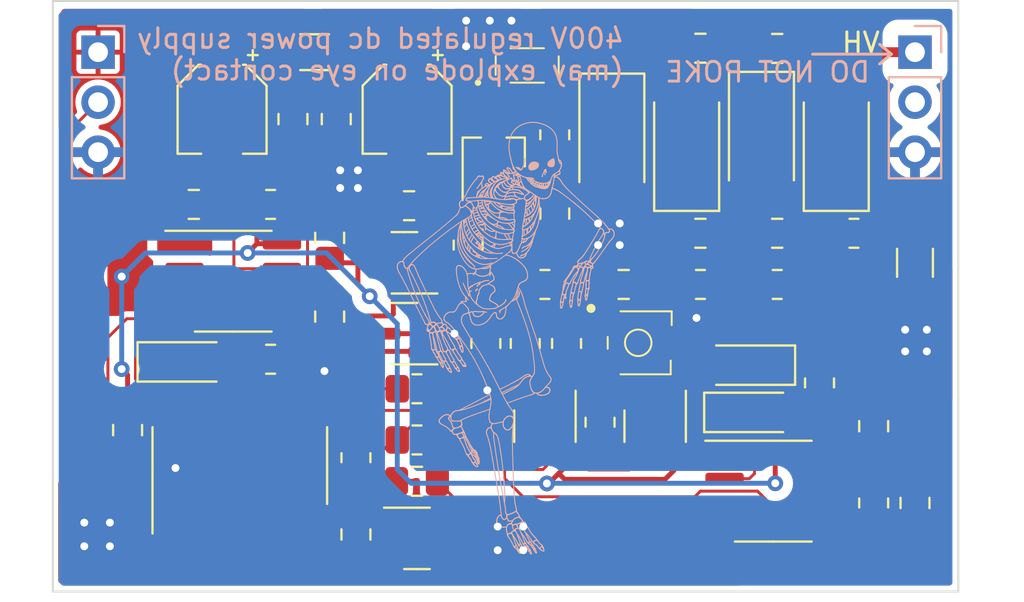
<source format=kicad_pcb>
(kicad_pcb (version 20221018) (generator pcbnew)

  (general
    (thickness 1.6)
  )

  (paper "A4")
  (layers
    (0 "F.Cu" signal)
    (31 "B.Cu" signal)
    (32 "B.Adhes" user "B.Adhesive")
    (33 "F.Adhes" user "F.Adhesive")
    (34 "B.Paste" user)
    (35 "F.Paste" user)
    (36 "B.SilkS" user "B.Silkscreen")
    (37 "F.SilkS" user "F.Silkscreen")
    (38 "B.Mask" user)
    (39 "F.Mask" user)
    (40 "Dwgs.User" user "User.Drawings")
    (41 "Cmts.User" user "User.Comments")
    (42 "Eco1.User" user "User.Eco1")
    (43 "Eco2.User" user "User.Eco2")
    (44 "Edge.Cuts" user)
    (45 "Margin" user)
    (46 "B.CrtYd" user "B.Courtyard")
    (47 "F.CrtYd" user "F.Courtyard")
    (48 "B.Fab" user)
    (49 "F.Fab" user)
    (50 "User.1" user)
    (51 "User.2" user)
    (52 "User.3" user)
    (53 "User.4" user)
    (54 "User.5" user)
    (55 "User.6" user)
    (56 "User.7" user)
    (57 "User.8" user)
    (58 "User.9" user)
  )

  (setup
    (stackup
      (layer "F.SilkS" (type "Top Silk Screen"))
      (layer "F.Paste" (type "Top Solder Paste"))
      (layer "F.Mask" (type "Top Solder Mask") (thickness 0.01))
      (layer "F.Cu" (type "copper") (thickness 0.035))
      (layer "dielectric 1" (type "core") (thickness 1.51) (material "FR4") (epsilon_r 4.5) (loss_tangent 0.02))
      (layer "B.Cu" (type "copper") (thickness 0.035))
      (layer "B.Mask" (type "Bottom Solder Mask") (thickness 0.01))
      (layer "B.Paste" (type "Bottom Solder Paste"))
      (layer "B.SilkS" (type "Bottom Silk Screen"))
      (copper_finish "None")
      (dielectric_constraints no)
    )
    (pad_to_mask_clearance 0)
    (pcbplotparams
      (layerselection 0x00010fc_ffffffff)
      (plot_on_all_layers_selection 0x0000000_00000000)
      (disableapertmacros false)
      (usegerberextensions false)
      (usegerberattributes true)
      (usegerberadvancedattributes true)
      (creategerberjobfile true)
      (dashed_line_dash_ratio 12.000000)
      (dashed_line_gap_ratio 3.000000)
      (svgprecision 4)
      (plotframeref false)
      (viasonmask false)
      (mode 1)
      (useauxorigin false)
      (hpglpennumber 1)
      (hpglpenspeed 20)
      (hpglpendiameter 15.000000)
      (dxfpolygonmode true)
      (dxfimperialunits true)
      (dxfusepcbnewfont true)
      (psnegative false)
      (psa4output false)
      (plotreference true)
      (plotvalue true)
      (plotinvisibletext false)
      (sketchpadsonfab false)
      (subtractmaskfromsilk false)
      (outputformat 1)
      (mirror false)
      (drillshape 1)
      (scaleselection 1)
      (outputdirectory "")
    )
  )

  (net 0 "")
  (net 1 "VCC")
  (net 2 "GND")
  (net 3 "/VPR")
  (net 4 "Net-(C5-Pad1)")
  (net 5 "VPP")
  (net 6 "/VTR_SEC")
  (net 7 "/GATE")
  (net 8 "Net-(D2-K)")
  (net 9 "/VFEED")
  (net 10 "Net-(D3-K)")
  (net 11 "Net-(D1-K)")
  (net 12 "Net-(C9-Pad1)")
  (net 13 "/VERR")
  (net 14 "Net-(D4-K)")
  (net 15 "/ENABLE")
  (net 16 "unconnected-(J2-Pin_2-Pad2)")
  (net 17 "/RFEED_H")
  (net 18 "Net-(Q2-B)")
  (net 19 "Net-(Q2-E)")
  (net 20 "/SR_Q")
  (net 21 "/EN_LINE")
  (net 22 "/SR_R")
  (net 23 "/SR_NQ")
  (net 24 "/SR_S")
  (net 25 "Net-(U5-CV)")
  (net 26 "Net-(D5-K)")
  (net 27 "Net-(C19-Pad1)")
  (net 28 "Net-(D6-K)")
  (net 29 "Net-(D6-A)")
  (net 30 "Net-(D7-K)")
  (net 31 "/MOS_D")
  (net 32 "Net-(U1-+)")
  (net 33 "Net-(U1--)")
  (net 34 "Net-(U2-+)")
  (net 35 "Net-(U6A-+)")
  (net 36 "Net-(U6B-+)")
  (net 37 "Net-(U3-Pad2)")

  (footprint "Capacitor_SMD:C_0805_2012Metric_Pad1.18x1.45mm_HandSolder" (layer "F.Cu") (at 158.6 42 90))

  (footprint "Resistor_SMD:R_0805_2012Metric_Pad1.20x1.40mm_HandSolder" (layer "F.Cu") (at 140.9 37.8 -90))

  (footprint "Resistor_SMD:R_0805_2012Metric_Pad1.20x1.40mm_HandSolder" (layer "F.Cu") (at 149.8 34.8 180))

  (footprint "Package_TO_SOT_SMD:SOT-23-5" (layer "F.Cu") (at 147.5 42 -90))

  (footprint "Resistor_SMD:R_0805_2012Metric_Pad1.20x1.40mm_HandSolder" (layer "F.Cu") (at 144.7 41.8 90))

  (footprint "Capacitor_SMD:C_0805_2012Metric_Pad1.18x1.45mm_HandSolder" (layer "F.Cu") (at 120.7 42.2 -90))

  (footprint "Capacitor_SMD:C_0805_2012Metric_Pad1.18x1.45mm_HandSolder" (layer "F.Cu") (at 130.965 36.435 -90))

  (footprint "Package_SO:SOIC-8_3.9x4.9mm_P1.27mm" (layer "F.Cu") (at 126.065 34.635))

  (footprint "Capacitor_SMD:C_0805_2012Metric_Pad1.18x1.45mm_HandSolder" (layer "F.Cu") (at 153.7 22.81))

  (footprint "Package_TO_SOT_SMD:SOT-23" (layer "F.Cu") (at 135.4 47.7))

  (footprint "Diode_SMD:D_SOD-123" (layer "F.Cu") (at 152.25 38.9 180))

  (footprint "Diode_SMD:D_SMA" (layer "F.Cu") (at 149.1 27.555 90))

  (footprint "Resistor_SMD:R_0805_2012Metric_Pad1.20x1.40mm_HandSolder" (layer "F.Cu") (at 135.4 40.1))

  (footprint "Resistor_SMD:R_0805_2012Metric_Pad1.20x1.40mm_HandSolder" (layer "F.Cu") (at 155.85 39.8 90))

  (footprint "Resistor_SMD:R_0805_2012Metric_Pad1.20x1.40mm_HandSolder" (layer "F.Cu") (at 157.6 32.2))

  (footprint "lcsc_misc:VG039NCHXTB222" (layer "F.Cu") (at 149.340139 37.815139 -90))

  (footprint "Resistor_SMD:R_1206_3216Metric_Pad1.30x1.75mm_HandSolder" (layer "F.Cu") (at 130.2 23))

  (footprint "Capacitor_SMD:C_0805_2012Metric_Pad1.18x1.45mm_HandSolder" (layer "F.Cu") (at 129.1 26.4 -90))

  (footprint "Resistor_SMD:R_0805_2012Metric_Pad1.20x1.40mm_HandSolder" (layer "F.Cu") (at 132.3 43.6 -90))

  (footprint "Diode_SMD:D_SOD-123" (layer "F.Cu") (at 152.35 41.3))

  (footprint "Resistor_SMD:R_0805_2012Metric_Pad1.20x1.40mm_HandSolder" (layer "F.Cu") (at 143 37.8 -90))

  (footprint "Package_SO:SOIC-14_3.9x8.7mm_P1.27mm" (layer "F.Cu") (at 126.4 44 90))

  (footprint "Diode_SMD:D_SOD-123" (layer "F.Cu") (at 123.565 38.735))

  (footprint "Resistor_SMD:R_0805_2012Metric_Pad1.20x1.40mm_HandSolder" (layer "F.Cu") (at 135.4 42.7))

  (footprint "Capacitor_SMD:C_0805_2012Metric_Pad1.18x1.45mm_HandSolder" (layer "F.Cu") (at 132.3 47.5 -90))

  (footprint "Package_TO_SOT_SMD:SOT-23" (layer "F.Cu") (at 134.7625 33.7 180))

  (footprint "Package_TO_SOT_SMD:SOT-23" (layer "F.Cu") (at 134.7625 37.3 180))

  (footprint "Diode_SMD:D_SMA" (layer "F.Cu") (at 145.3 27.6 -90))

  (footprint "lcsc_misc:ATB322524-0110-T000" (layer "F.Cu") (at 141 23.7))

  (footprint "Package_SO:SOIC-8_3.9x4.9mm_P1.27mm" (layer "F.Cu") (at 153.5 45.3))

  (footprint "Capacitor_SMD:C_1206_3216Metric_Pad1.33x1.80mm_HandSolder" (layer "F.Cu") (at 160.7 33.7 -90))

  (footprint "Capacitor_SMD:C_0805_2012Metric_Pad1.18x1.45mm_HandSolder" (layer "F.Cu") (at 149.8 32.2))

  (footprint "Capacitor_SMD:C_0805_2012Metric_Pad1.18x1.45mm_HandSolder" (layer "F.Cu") (at 149.8 22.8))

  (footprint "Capacitor_SMD:C_0805_2012Metric_Pad1.18x1.45mm_HandSolder" (layer "F.Cu") (at 135.4 44.8 180))

  (footprint "Capacitor_SMD:C_0805_2012Metric_Pad1.18x1.45mm_HandSolder" (layer "F.Cu") (at 153.7 32.2))

  (footprint "Diode_SMD:D_SMA" (layer "F.Cu") (at 156.7 27.555 90))

  (footprint "Capacitor_SMD:CP_Elec_4x5.4" (layer "F.Cu") (at 125.5 25.9 -90))

  (footprint "Capacitor_SMD:C_0805_2012Metric_Pad1.18x1.45mm_HandSolder" (layer "F.Cu") (at 142.4 31.2 -90))

  (footprint "Capacitor_SMD:C_0805_2012Metric_Pad1.18x1.45mm_HandSolder" (layer "F.Cu") (at 145.9 34.8 180))

  (footprint "Resistor_SMD:R_0805_2012Metric_Pad1.20x1.40mm_HandSolder" (layer "F.Cu") (at 138.9 37.8 -90))

  (footprint "Resistor_SMD:R_0805_2012Metric_Pad1.20x1.40mm_HandSolder" (layer "F.Cu") (at 158.6 45.9 90))

  (footprint "Resistor_SMD:R_0805_2012Metric_Pad1.20x1.40mm_HandSolder" (layer "F.Cu") (at 141.9 34.8))

  (footprint "Diode_SMD:D_SMA" (layer "F.Cu") (at 152.9 27.51 -90))

  (footprint "Resistor_SMD:R_0805_2012Metric_Pad1.20x1.40mm_HandSolder" (layer "F.Cu") (at 138 32.8 90))

  (footprint "Resistor_SMD:R_0805_2012Metric_Pad1.20x1.40mm_HandSolder" (layer "F.Cu") (at 127.965 38.6))

  (footprint "Capacitor_SMD:CP_Elec_4x5.4" (layer "F.Cu") (at 134.9 25.9 -90))

  (footprint "Resistor_SMD:R_0805_2012Metric_Pad1.20x1.40mm_HandSolder" (layer "F.Cu") (at 142.4 27.2 -90))

  (footprint "Capacitor_SMD:C_0805_2012Metric_Pad1.18x1.45mm_HandSolder" (layer "F.Cu") (at 160.7 45.9 90))

  (footprint "Capacitor_SMD:C_0805_2012Metric_Pad1.18x1.45mm_HandSolder" (layer "F.Cu") (at 131.3 26.4 -90))

  (footprint "Capacitor_SMD:C_0805_2012Metric_Pad1.18x1.45mm_HandSolder" (layer "F.Cu") (at 124.065 30.735 180))

  (footprint "Capacitor_SMD:C_0805_2012Metric_Pad1.18x1.45mm_HandSolder" (layer "F.Cu")
    (tstamp dfd04d1b-a8e1-4999-96d0-7313441bf5f4)
    (at 135 30.8 180)
    (descr "Capacitor SMD 0805 (2012 Metric), square (rectangular) end terminal, IPC_7351 nominal with elongated pad for handsoldering. (Body size source: IPC-SM-782 page 76, https://www.pcb-3d.com/wordpress/wp-content/uploads/ipc-sm-782a_amendment_1_and_2.pdf, https://docs.google.com/spreadsheets/d/1BsfQQcO9C6DZCsRaXUlFlo91Tg2WpOkGARC1WS5S8t0/edit?usp=sharing), generated with kicad-footprint-generator")
    (tags "capacitor handsolder")
    (property "Sheetfile" "geiger_counter.kicad_sch")
    (property "Sheetname" "")
    (property "ki_description" "Unpolarized capacitor, small symbol")
    (property "ki_keywords" "capacitor cap")
    (path "/7402e223-b305-49b2-b47f-af142d316dcb")
    (attr smd)
    (fp_text reference "C13" (at 0 -1.68) (layer "F.SilkS") hide
        (effects (font (size 1 1) (thickness 0.15)))
      (tstamp d1d68517-9bb9-4b7a-8362-d9fe25c229ab)
    )
    (fp_text value "10n" (at 0 1.68) (layer "F.Fab")
        (effects (font (size 1 1) (thickness 0.15)))
      (tstamp 931878dd-12b1-4afa-a06b-911e491092ee)
    )
    (fp_text user "${REFERENCE}" (at 0 0) (layer "F.Fab")
        (effects (font (size 0.5 0.5) (thickness 0.08)))
      (tstamp e269bece-a5ea-40d6-b00f-dec1b23e2953)
    )
    (fp_line (start -0.261252 -0.735) (end 0.261252 -0.735)
      (stroke (width 0.12) (type solid)) (layer "F.SilkS") (tstamp 3a1d2319-c6cd-4d59-a67b-a98276931e8b))
    (fp_line (start -0.261252 0.735) (end 0.261252 0.735)
      (stroke (width 0.12) (type solid)) (layer "F.SilkS") (tstamp 76de7848-fe26-4ac8-9f32-5dd6ddf238d3))
    (fp_line (start -1.88 -0.98) (end 1.88 -0.98)
      (stroke (width 0.05) (type solid)) (layer "F.CrtYd") (tstamp c87a70a6-771c-42e8-a752-0fa7d8c4a504))
    (fp_line (start -1.88 0.98) (end -1.88 -0.98)
      (stroke (width 0.05) (type solid)) (layer "F.CrtYd") (tstamp db499294-0a0c-46f9-961d-de69751080c9))
    (fp_line (start 1.88 -0.98) (end 1.88 0.98)
      (stroke (width 0.05) (type solid)) (layer "F.CrtYd") (tstamp 25535bf8-096d-488f-a3c0-7b8d054e615a))
    (fp_line (start 1.88 0.98) (end -1.88 0.98)
      (stroke (width 0.05) (type solid)) (layer "F.CrtYd") (tstamp 29d33cea-3e9c-4901-81ad-2a5794bb66ae))
    (fp_line (start -1 -0.625) (end 1 -0.625)
      (stroke (width 0.1) (type solid)) (layer "F.Fab") (tstamp aebb4fd7-4e14-4bb1-963b-d1a3bf82ba6b))
    (fp_line (start -1 0.625) (end -1 -0.625)
      (stroke (width 0.1) (type solid)) (layer "F.Fab") (tstamp 96274cd9-10a9-486e-aa01-669e12d02d9e))
    (fp_line (start 1 -0.625) 
... [6503842 chars truncated]
</source>
